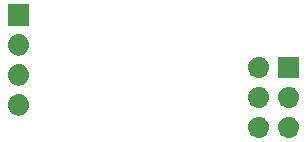
<source format=gbr>
G04 #@! TF.GenerationSoftware,KiCad,Pcbnew,(5.1.4)-1*
G04 #@! TF.CreationDate,2020-09-12T21:09:54+02:00*
G04 #@! TF.ProjectId,Sensorplatine,53656e73-6f72-4706-9c61-74696e652e6b,rev?*
G04 #@! TF.SameCoordinates,Original*
G04 #@! TF.FileFunction,Soldermask,Bot*
G04 #@! TF.FilePolarity,Negative*
%FSLAX46Y46*%
G04 Gerber Fmt 4.6, Leading zero omitted, Abs format (unit mm)*
G04 Created by KiCad (PCBNEW (5.1.4)-1) date 2020-09-12 21:09:54*
%MOMM*%
%LPD*%
G04 APERTURE LIST*
%ADD10C,0.100000*%
G04 APERTURE END LIST*
D10*
G36*
X180450442Y-97530518D02*
G01*
X180516627Y-97537037D01*
X180686466Y-97588557D01*
X180842991Y-97672222D01*
X180878729Y-97701552D01*
X180980186Y-97784814D01*
X181063448Y-97886271D01*
X181092778Y-97922009D01*
X181176443Y-98078534D01*
X181227963Y-98248373D01*
X181245359Y-98425000D01*
X181227963Y-98601627D01*
X181176443Y-98771466D01*
X181092778Y-98927991D01*
X181063448Y-98963729D01*
X180980186Y-99065186D01*
X180878729Y-99148448D01*
X180842991Y-99177778D01*
X180686466Y-99261443D01*
X180516627Y-99312963D01*
X180450442Y-99319482D01*
X180384260Y-99326000D01*
X180295740Y-99326000D01*
X180229557Y-99319481D01*
X180163373Y-99312963D01*
X179993534Y-99261443D01*
X179837009Y-99177778D01*
X179801271Y-99148448D01*
X179699814Y-99065186D01*
X179616552Y-98963729D01*
X179587222Y-98927991D01*
X179503557Y-98771466D01*
X179452037Y-98601627D01*
X179434641Y-98425000D01*
X179452037Y-98248373D01*
X179503557Y-98078534D01*
X179587222Y-97922009D01*
X179616552Y-97886271D01*
X179699814Y-97784814D01*
X179801271Y-97701552D01*
X179837009Y-97672222D01*
X179993534Y-97588557D01*
X180163373Y-97537037D01*
X180229558Y-97530518D01*
X180295740Y-97524000D01*
X180384260Y-97524000D01*
X180450442Y-97530518D01*
X180450442Y-97530518D01*
G37*
G36*
X182990442Y-97530518D02*
G01*
X183056627Y-97537037D01*
X183226466Y-97588557D01*
X183382991Y-97672222D01*
X183418729Y-97701552D01*
X183520186Y-97784814D01*
X183603448Y-97886271D01*
X183632778Y-97922009D01*
X183716443Y-98078534D01*
X183767963Y-98248373D01*
X183785359Y-98425000D01*
X183767963Y-98601627D01*
X183716443Y-98771466D01*
X183632778Y-98927991D01*
X183603448Y-98963729D01*
X183520186Y-99065186D01*
X183418729Y-99148448D01*
X183382991Y-99177778D01*
X183226466Y-99261443D01*
X183056627Y-99312963D01*
X182990442Y-99319482D01*
X182924260Y-99326000D01*
X182835740Y-99326000D01*
X182769557Y-99319481D01*
X182703373Y-99312963D01*
X182533534Y-99261443D01*
X182377009Y-99177778D01*
X182341271Y-99148448D01*
X182239814Y-99065186D01*
X182156552Y-98963729D01*
X182127222Y-98927991D01*
X182043557Y-98771466D01*
X181992037Y-98601627D01*
X181974641Y-98425000D01*
X181992037Y-98248373D01*
X182043557Y-98078534D01*
X182127222Y-97922009D01*
X182156552Y-97886271D01*
X182239814Y-97784814D01*
X182341271Y-97701552D01*
X182377009Y-97672222D01*
X182533534Y-97588557D01*
X182703373Y-97537037D01*
X182769558Y-97530518D01*
X182835740Y-97524000D01*
X182924260Y-97524000D01*
X182990442Y-97530518D01*
X182990442Y-97530518D01*
G37*
G36*
X160130442Y-95625518D02*
G01*
X160196627Y-95632037D01*
X160366466Y-95683557D01*
X160522991Y-95767222D01*
X160558729Y-95796552D01*
X160660186Y-95879814D01*
X160743448Y-95981271D01*
X160772778Y-96017009D01*
X160856443Y-96173534D01*
X160907963Y-96343373D01*
X160925359Y-96520000D01*
X160907963Y-96696627D01*
X160856443Y-96866466D01*
X160772778Y-97022991D01*
X160743448Y-97058729D01*
X160660186Y-97160186D01*
X160558729Y-97243448D01*
X160522991Y-97272778D01*
X160366466Y-97356443D01*
X160196627Y-97407963D01*
X160130442Y-97414482D01*
X160064260Y-97421000D01*
X159975740Y-97421000D01*
X159909558Y-97414482D01*
X159843373Y-97407963D01*
X159673534Y-97356443D01*
X159517009Y-97272778D01*
X159481271Y-97243448D01*
X159379814Y-97160186D01*
X159296552Y-97058729D01*
X159267222Y-97022991D01*
X159183557Y-96866466D01*
X159132037Y-96696627D01*
X159114641Y-96520000D01*
X159132037Y-96343373D01*
X159183557Y-96173534D01*
X159267222Y-96017009D01*
X159296552Y-95981271D01*
X159379814Y-95879814D01*
X159481271Y-95796552D01*
X159517009Y-95767222D01*
X159673534Y-95683557D01*
X159843373Y-95632037D01*
X159909558Y-95625518D01*
X159975740Y-95619000D01*
X160064260Y-95619000D01*
X160130442Y-95625518D01*
X160130442Y-95625518D01*
G37*
G36*
X180450443Y-94990519D02*
G01*
X180516627Y-94997037D01*
X180686466Y-95048557D01*
X180842991Y-95132222D01*
X180878729Y-95161552D01*
X180980186Y-95244814D01*
X181063448Y-95346271D01*
X181092778Y-95382009D01*
X181176443Y-95538534D01*
X181227963Y-95708373D01*
X181245359Y-95885000D01*
X181227963Y-96061627D01*
X181176443Y-96231466D01*
X181092778Y-96387991D01*
X181063448Y-96423729D01*
X180980186Y-96525186D01*
X180878729Y-96608448D01*
X180842991Y-96637778D01*
X180686466Y-96721443D01*
X180516627Y-96772963D01*
X180450442Y-96779482D01*
X180384260Y-96786000D01*
X180295740Y-96786000D01*
X180229558Y-96779482D01*
X180163373Y-96772963D01*
X179993534Y-96721443D01*
X179837009Y-96637778D01*
X179801271Y-96608448D01*
X179699814Y-96525186D01*
X179616552Y-96423729D01*
X179587222Y-96387991D01*
X179503557Y-96231466D01*
X179452037Y-96061627D01*
X179434641Y-95885000D01*
X179452037Y-95708373D01*
X179503557Y-95538534D01*
X179587222Y-95382009D01*
X179616552Y-95346271D01*
X179699814Y-95244814D01*
X179801271Y-95161552D01*
X179837009Y-95132222D01*
X179993534Y-95048557D01*
X180163373Y-94997037D01*
X180229557Y-94990519D01*
X180295740Y-94984000D01*
X180384260Y-94984000D01*
X180450443Y-94990519D01*
X180450443Y-94990519D01*
G37*
G36*
X182990443Y-94990519D02*
G01*
X183056627Y-94997037D01*
X183226466Y-95048557D01*
X183382991Y-95132222D01*
X183418729Y-95161552D01*
X183520186Y-95244814D01*
X183603448Y-95346271D01*
X183632778Y-95382009D01*
X183716443Y-95538534D01*
X183767963Y-95708373D01*
X183785359Y-95885000D01*
X183767963Y-96061627D01*
X183716443Y-96231466D01*
X183632778Y-96387991D01*
X183603448Y-96423729D01*
X183520186Y-96525186D01*
X183418729Y-96608448D01*
X183382991Y-96637778D01*
X183226466Y-96721443D01*
X183056627Y-96772963D01*
X182990442Y-96779482D01*
X182924260Y-96786000D01*
X182835740Y-96786000D01*
X182769558Y-96779482D01*
X182703373Y-96772963D01*
X182533534Y-96721443D01*
X182377009Y-96637778D01*
X182341271Y-96608448D01*
X182239814Y-96525186D01*
X182156552Y-96423729D01*
X182127222Y-96387991D01*
X182043557Y-96231466D01*
X181992037Y-96061627D01*
X181974641Y-95885000D01*
X181992037Y-95708373D01*
X182043557Y-95538534D01*
X182127222Y-95382009D01*
X182156552Y-95346271D01*
X182239814Y-95244814D01*
X182341271Y-95161552D01*
X182377009Y-95132222D01*
X182533534Y-95048557D01*
X182703373Y-94997037D01*
X182769557Y-94990519D01*
X182835740Y-94984000D01*
X182924260Y-94984000D01*
X182990443Y-94990519D01*
X182990443Y-94990519D01*
G37*
G36*
X160130443Y-93085519D02*
G01*
X160196627Y-93092037D01*
X160366466Y-93143557D01*
X160522991Y-93227222D01*
X160558729Y-93256552D01*
X160660186Y-93339814D01*
X160743448Y-93441271D01*
X160772778Y-93477009D01*
X160856443Y-93633534D01*
X160907963Y-93803373D01*
X160925359Y-93980000D01*
X160907963Y-94156627D01*
X160856443Y-94326466D01*
X160772778Y-94482991D01*
X160743448Y-94518729D01*
X160660186Y-94620186D01*
X160558729Y-94703448D01*
X160522991Y-94732778D01*
X160366466Y-94816443D01*
X160196627Y-94867963D01*
X160130443Y-94874481D01*
X160064260Y-94881000D01*
X159975740Y-94881000D01*
X159909557Y-94874481D01*
X159843373Y-94867963D01*
X159673534Y-94816443D01*
X159517009Y-94732778D01*
X159481271Y-94703448D01*
X159379814Y-94620186D01*
X159296552Y-94518729D01*
X159267222Y-94482991D01*
X159183557Y-94326466D01*
X159132037Y-94156627D01*
X159114641Y-93980000D01*
X159132037Y-93803373D01*
X159183557Y-93633534D01*
X159267222Y-93477009D01*
X159296552Y-93441271D01*
X159379814Y-93339814D01*
X159481271Y-93256552D01*
X159517009Y-93227222D01*
X159673534Y-93143557D01*
X159843373Y-93092037D01*
X159909557Y-93085519D01*
X159975740Y-93079000D01*
X160064260Y-93079000D01*
X160130443Y-93085519D01*
X160130443Y-93085519D01*
G37*
G36*
X183781000Y-94246000D02*
G01*
X181979000Y-94246000D01*
X181979000Y-92444000D01*
X183781000Y-92444000D01*
X183781000Y-94246000D01*
X183781000Y-94246000D01*
G37*
G36*
X180450443Y-92450519D02*
G01*
X180516627Y-92457037D01*
X180686466Y-92508557D01*
X180842991Y-92592222D01*
X180878729Y-92621552D01*
X180980186Y-92704814D01*
X181063448Y-92806271D01*
X181092778Y-92842009D01*
X181176443Y-92998534D01*
X181227963Y-93168373D01*
X181245359Y-93345000D01*
X181227963Y-93521627D01*
X181176443Y-93691466D01*
X181092778Y-93847991D01*
X181063448Y-93883729D01*
X180980186Y-93985186D01*
X180878729Y-94068448D01*
X180842991Y-94097778D01*
X180686466Y-94181443D01*
X180516627Y-94232963D01*
X180450443Y-94239481D01*
X180384260Y-94246000D01*
X180295740Y-94246000D01*
X180229557Y-94239481D01*
X180163373Y-94232963D01*
X179993534Y-94181443D01*
X179837009Y-94097778D01*
X179801271Y-94068448D01*
X179699814Y-93985186D01*
X179616552Y-93883729D01*
X179587222Y-93847991D01*
X179503557Y-93691466D01*
X179452037Y-93521627D01*
X179434641Y-93345000D01*
X179452037Y-93168373D01*
X179503557Y-92998534D01*
X179587222Y-92842009D01*
X179616552Y-92806271D01*
X179699814Y-92704814D01*
X179801271Y-92621552D01*
X179837009Y-92592222D01*
X179993534Y-92508557D01*
X180163373Y-92457037D01*
X180229557Y-92450519D01*
X180295740Y-92444000D01*
X180384260Y-92444000D01*
X180450443Y-92450519D01*
X180450443Y-92450519D01*
G37*
G36*
X160130443Y-90545519D02*
G01*
X160196627Y-90552037D01*
X160366466Y-90603557D01*
X160522991Y-90687222D01*
X160558729Y-90716552D01*
X160660186Y-90799814D01*
X160743448Y-90901271D01*
X160772778Y-90937009D01*
X160856443Y-91093534D01*
X160907963Y-91263373D01*
X160925359Y-91440000D01*
X160907963Y-91616627D01*
X160856443Y-91786466D01*
X160772778Y-91942991D01*
X160743448Y-91978729D01*
X160660186Y-92080186D01*
X160558729Y-92163448D01*
X160522991Y-92192778D01*
X160366466Y-92276443D01*
X160196627Y-92327963D01*
X160130443Y-92334481D01*
X160064260Y-92341000D01*
X159975740Y-92341000D01*
X159909557Y-92334481D01*
X159843373Y-92327963D01*
X159673534Y-92276443D01*
X159517009Y-92192778D01*
X159481271Y-92163448D01*
X159379814Y-92080186D01*
X159296552Y-91978729D01*
X159267222Y-91942991D01*
X159183557Y-91786466D01*
X159132037Y-91616627D01*
X159114641Y-91440000D01*
X159132037Y-91263373D01*
X159183557Y-91093534D01*
X159267222Y-90937009D01*
X159296552Y-90901271D01*
X159379814Y-90799814D01*
X159481271Y-90716552D01*
X159517009Y-90687222D01*
X159673534Y-90603557D01*
X159843373Y-90552037D01*
X159909558Y-90545518D01*
X159975740Y-90539000D01*
X160064260Y-90539000D01*
X160130443Y-90545519D01*
X160130443Y-90545519D01*
G37*
G36*
X160921000Y-89801000D02*
G01*
X159119000Y-89801000D01*
X159119000Y-87999000D01*
X160921000Y-87999000D01*
X160921000Y-89801000D01*
X160921000Y-89801000D01*
G37*
M02*

</source>
